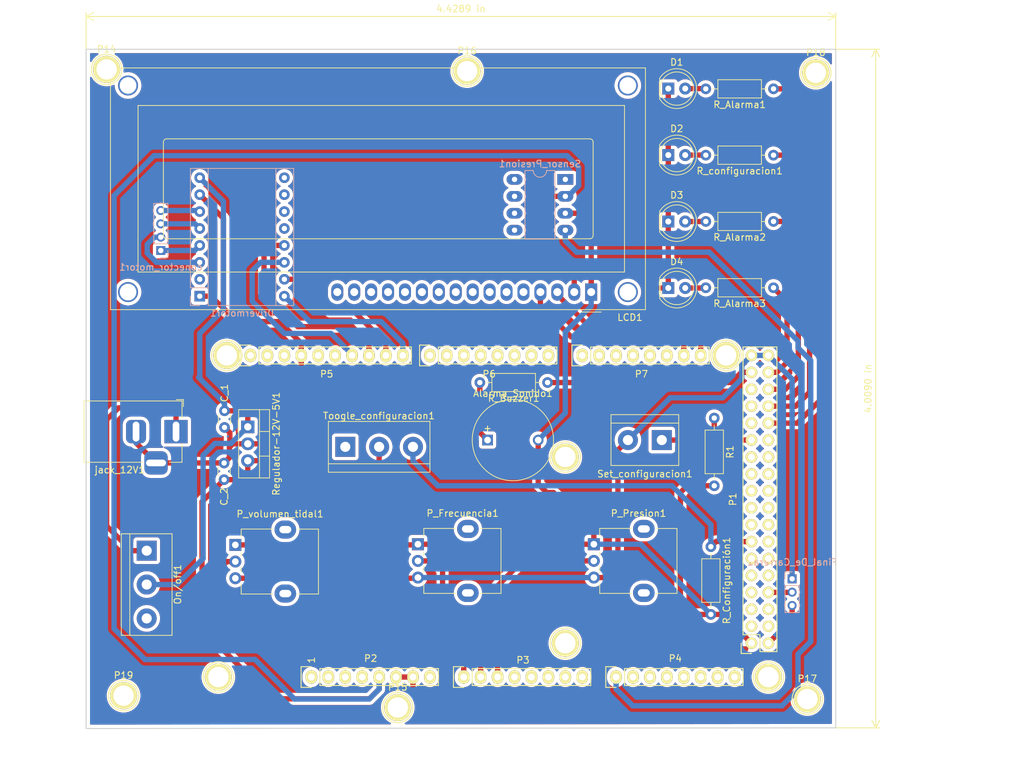
<source format=kicad_pcb>
(kicad_pcb (version 20171130) (host pcbnew 5.1.5-52549c5~84~ubuntu18.04.1)
  (title_block (date "mar. 31 mars 2015"))
  (layers (0 F.Cu signal) (31 B.Cu signal) (34 B.Paste user) (35 F.Paste user) (36 B.SilkS user) (37 F.SilkS user) (38 B.Mask user) (39 F.Mask user) (44 Edge.Cuts user))
  (net 0 "")
  (net 1 GND)
  (net 2 "/52(SCK)")
  (net 3 "/53(SS)")
  (net 4 "/50(MISO)")
  (net 5 "/51(MOSI)")
  (net 6 /48)
  (net 7 /49)
  (net 8 /46)
  (net 9 /47)
  (net 10 /44)
  (net 11 /45)
  (net 12 /42)
  (net 13 /43)
  (net 14 /40)
  (net 15 /41)
  (net 16 /38)
  (net 17 /39)
  (net 18 /36)
  (net 19 /37)
  (net 20 /34)
  (net 21 /35)
  (net 22 /32)
  (net 23 /33)
  (net 24 /30)
  (net 25 /31)
  (net 26 /28)
  (net 27 /29)
  (net 28 /26)
  (net 29 /27)
  (net 30 /24)
  (net 31 /25)
  (net 32 /22)
  (net 33 /23)
  (net 34 +5V)
  (net 35 /IOREF)
  (net 36 /Reset)
  (net 37 /Vin)
  (net 38 /A0)
  (net 39 /A1)
  (net 40 /A2)
  (net 41 /A3)
  (net 42 /A4)
  (net 43 /A5)
  (net 44 /A6)
  (net 45 /A7)
  (net 46 /A8)
  (net 47 /A9)
  (net 48 /A10)
  (net 49 /A11)
  (net 50 /A12)
  (net 51 /A13)
  (net 52 /A14)
  (net 53 /A15)
  (net 54 /SCL)
  (net 55 /SDA)
  (net 56 /AREF)
  (net 57 "/13(**)")
  (net 58 "/12(**)")
  (net 59 "/11(**)")
  (net 60 "/10(**)")
  (net 61 "/9(**)")
  (net 62 "/8(**)")
  (net 63 "/7(**)")
  (net 64 "/6(**)")
  (net 65 "/5(**)")
  (net 66 "/4(**)")
  (net 67 "/3(**)")
  (net 68 "/2(**)")
  (net 69 "/20(SDA)")
  (net 70 "/21(SCL)")
  (net 71 "Net-(P8-Pad1)")
  (net 72 "Net-(P9-Pad1)")
  (net 73 "Net-(P10-Pad1)")
  (net 74 "Net-(P11-Pad1)")
  (net 75 "Net-(P12-Pad1)")
  (net 76 "Net-(P13-Pad1)")
  (net 77 "Net-(P2-Pad1)")
  (net 78 +3V3)
  (net 79 "/1(Tx0)")
  (net 80 "/0(Rx0)")
  (net 81 "/14(Tx3)")
  (net 82 "/15(Rx3)")
  (net 83 "/16(Tx2)")
  (net 84 "/17(Rx2)")
  (net 85 "/18(Tx1)")
  (net 86 "/19(Rx1)")
  (net 87 +12V)
  (net 88 "Net-(LCD1-Pad7)")
  (net 89 "Net-(LCD1-Pad8)")
  (net 90 "Net-(LCD1-Pad9)")
  (net 91 "Net-(LCD1-Pad10)")
  (net 92 "Net-(LCD1-Pad11)")
  (net 93 "Net-(LCD1-Pad12)")
  (net 94 "Net-(LCD1-Pad13)")
  (net 95 "Net-(LCD1-Pad14)")
  (net 96 "Net-(LCD1-Pad15)")
  (net 97 "Net-(LCD1-Pad16)")
  (net 98 "Net-(D1-Pad2)")
  (net 99 "Net-(D2-Pad2)")
  (net 100 "Net-(D3-Pad2)")
  (net 101 "Net-(D4-Pad2)")
  (net 102 "Net-(Alarma_Sonido1-Pad1)")
  (net 103 "Net-(Drivermotor1-Pad9)")
  (net 104 "Net-(Drivermotor1-Pad2)")
  (net 105 "Net-(Drivermotor1-Pad10)")
  (net 106 "Net-(Drivermotor1-Pad3)")
  (net 107 "Net-(Drivermotor1-Pad11)")
  (net 108 "Net-(Drivermotor1-Pad4)")
  (net 109 "Net-(Drivermotor1-Pad12)")
  (net 110 "Net-(Drivermotor1-Pad5)")
  (net 111 "Net-(Drivermotor1-Pad6)")
  (net 112 "Net-(On/off1-Pad1)")
  (net 113 "Net-(On/off1-Pad3)")
  (net 114 "Net-(Sensor_Presion1-Pad1)")
  (net 115 "Net-(Toogle_configuracion1-Pad1)")
  (net 116 "Net-(Sensor_Presion1-Pad5)")
  (net 117 "Net-(Sensor_Presion1-Pad6)")
  (net 118 "Net-(Sensor_Presion1-Pad7)")
  (net 119 "Net-(Sensor_Presion1-Pad8)")
  (net 120 "Net-(LCD1-Pad5)")
  (net 121 "Net-(LCD1-Pad6)")
  (net 122 "Net-(P14-Pad1)")
  (net 123 "Net-(P15-Pad1)")
  (net 124 "Net-(P16-Pad1)")
  (net 125 "Net-(P17-Pad1)")
  (net 126 "Net-(P18-Pad1)")
  (net 127 "Net-(P19-Pad1)")
  (module Socket_Arduino_Mega:Arduino_1pin (layer F.Cu) (at 103.124 121.92)
    (fp_text reference P19 (at 0 -3.048) (layer F.SilkS))
    (fp_text value CONN_01X01)
    (pad 1 thru_hole circle (at 0 0) (size 4.064 4.064) (drill 3.048) (layers *.Cu *.Mask F.SilkS) (net 127 "Net-(P19-Pad1)"))
  )
  (module Socket_Arduino_Mega:Arduino_1pin (layer F.Cu) (at 207.01 28.448)
    (fp_text reference P18 (at 0 -3.048) (layer F.SilkS))
    (fp_text value CONN_01X01)
    (pad 1 thru_hole circle (at 0 0) (size 4.064 4.064) (drill 3.048) (layers *.Cu *.Mask F.SilkS) (net 126 "Net-(P18-Pad1)"))
  )
  (module Socket_Arduino_Mega:Arduino_1pin (layer F.Cu) (at 205.74 122.428)
    (fp_text reference P17 (at 0 -3.048) (layer F.SilkS))
    (fp_text value CONN_01X01)
    (pad 1 thru_hole circle (at 0 0) (size 4.064 4.064) (drill 3.048) (layers *.Cu *.Mask F.SilkS) (net 125 "Net-(P17-Pad1)"))
  )
  (module Socket_Arduino_Mega:Arduino_1pin (layer F.Cu) (at 154.686 28.194)
    (fp_text reference P16 (at 0 -3.048) (layer F.SilkS))
    (fp_text value CONN_01X01)
    (pad 1 thru_hole circle (at 0 0) (size 4.064 4.064) (drill 3.048) (layers *.Cu *.Mask F.SilkS) (net 124 "Net-(P16-Pad1)"))
  )
  (module Socket_Arduino_Mega:Arduino_1pin (layer F.Cu) (at 144.272 123.698)
    (fp_text reference P15 (at 0 -3.048) (layer F.SilkS))
    (fp_text value CONN_01X01)
    (pad 1 thru_hole circle (at 0 0) (size 4.064 4.064) (drill 3.048) (layers *.Cu *.Mask F.SilkS) (net 123 "Net-(P15-Pad1)"))
  )
  (module Socket_Arduino_Mega:Arduino_1pin (layer F.Cu) (at 100.584 27.94)
    (fp_text reference P14 (at 0 -3.048) (layer F.SilkS))
    (fp_text value CONN_01X01)
    (pad 1 thru_hole circle (at 0 0) (size 4.064 4.064) (drill 3.048) (layers *.Cu *.Mask F.SilkS) (net 122 "Net-(P14-Pad1)"))
  )
  (module Connector_PinSocket_2.00mm:PinSocket_1x03_P2.00mm_Vertical (layer B.Cu) (at 203.454 104.394 180)
    (fp_text reference Final_De_Carrera1 (at 0 2.5 180) (layer B.SilkS) (effects (justify mirror)))
    (fp_text value Conn_01x03_Female)
    (pad 1 thru_hole rect (at 0 0 180) (size 1.35 1.35) (drill 0.8) (layers *.Cu *.Mask) (net 34 +5V))
    (pad 2 thru_hole oval (at 0 -2 180) (size 1.35 1.35) (drill 0.8) (layers *.Cu *.Mask) (net 7 /49))
    (pad 3 thru_hole oval (at 0 -4 180) (size 1.35 1.35) (drill 0.8) (layers *.Cu *.Mask) (net 1 GND))
  )
  (module Connector_BarrelJack:BarrelJack_Horizontal (layer F.Cu) (at 110.998 82.296)
    (fp_text reference jack_12V1 (at -8.45 5.75) (layer F.SilkS))
    (fp_text value Alimentacion_12V)
    (pad 3 thru_hole roundrect (at -3 4.7) (size 3.5 3.5) (drill oval 3 1) (layers *.Cu *.Mask) (net 1 GND))
    (pad 2 thru_hole roundrect (at -6 0) (size 3 3.5) (drill oval 1 3) (layers *.Cu *.Mask) (net 1 GND))
    (pad 1 thru_hole rect (at 0 0) (size 3.5 3.5) (drill oval 1 3) (layers *.Cu *.Mask) (net 112 "Net-(On/off1-Pad1)"))
  )
  (module Display:WC1602A (layer F.Cu) (at 173.29911 61.357 180)
    (fp_text reference LCD1 (at -5.82 -3.81) (layer F.SilkS))
    (fp_text value WC1602A)
    (pad 1 thru_hole rect (at 0 0 180) (size 1.8 2.6) (drill 1.2) (layers *.Cu *.Mask) (net 1 GND))
    (pad 2 thru_hole oval (at 2.54 0 180) (size 1.8 2.6) (drill 1.2) (layers *.Cu *.Mask) (net 34 +5V))
    (pad 3 thru_hole oval (at 5.08 0 180) (size 1.8 2.6) (drill 1.2) (layers *.Cu *.Mask) (net 70 "/21(SCL)"))
    (pad 4 thru_hole oval (at 7.62 0 180) (size 1.8 2.6) (drill 1.2) (layers *.Cu *.Mask) (net 69 "/20(SDA)"))
    (pad 5 thru_hole oval (at 10.16 0 180) (size 1.8 2.6) (drill 1.2) (layers *.Cu *.Mask) (net 120 "Net-(LCD1-Pad5)"))
    (pad 6 thru_hole oval (at 12.7 0 180) (size 1.8 2.6) (drill 1.2) (layers *.Cu *.Mask) (net 121 "Net-(LCD1-Pad6)"))
    (pad 7 thru_hole oval (at 15.24 0 180) (size 1.8 2.6) (drill 1.2) (layers *.Cu *.Mask) (net 88 "Net-(LCD1-Pad7)"))
    (pad 8 thru_hole oval (at 17.78 0 180) (size 1.8 2.6) (drill 1.2) (layers *.Cu *.Mask) (net 89 "Net-(LCD1-Pad8)"))
    (pad 9 thru_hole oval (at 20.32 0 180) (size 1.8 2.6) (drill 1.2) (layers *.Cu *.Mask) (net 90 "Net-(LCD1-Pad9)"))
    (pad 10 thru_hole oval (at 22.86 0 180) (size 1.8 2.6) (drill 1.2) (layers *.Cu *.Mask) (net 91 "Net-(LCD1-Pad10)"))
    (pad 11 thru_hole oval (at 25.4 0 180) (size 1.8 2.6) (drill 1.2) (layers *.Cu *.Mask) (net 92 "Net-(LCD1-Pad11)"))
    (pad 12 thru_hole oval (at 27.94 0 180) (size 1.8 2.6) (drill 1.2) (layers *.Cu *.Mask) (net 93 "Net-(LCD1-Pad12)"))
    (pad 13 thru_hole oval (at 30.48 0 180) (size 1.8 2.6) (drill 1.2) (layers *.Cu *.Mask) (net 94 "Net-(LCD1-Pad13)"))
    (pad 14 thru_hole oval (at 33.02 0 180) (size 1.8 2.6) (drill 1.2) (layers *.Cu *.Mask) (net 95 "Net-(LCD1-Pad14)"))
    (pad 15 thru_hole oval (at 35.56 0 180) (size 1.8 2.6) (drill 1.2) (layers *.Cu *.Mask) (net 96 "Net-(LCD1-Pad15)"))
    (pad 16 thru_hole oval (at 38.1 0 180) (size 1.8 2.6) (drill 1.2) (layers *.Cu *.Mask) (net 97 "Net-(LCD1-Pad16)"))
    (pad "" thru_hole circle (at -5.4991 0 180) (size 3 3) (drill 2.5) (layers *.Cu *.Mask))
    (pad "" thru_hole circle (at -5.4991 31.0007 180) (size 3 3) (drill 2.5) (layers *.Cu *.Mask))
    (pad "" thru_hole circle (at 69.49948 31.0007 180) (size 3 3) (drill 2.5) (layers *.Cu *.Mask))
    (pad "" thru_hole circle (at 69.5 0 180) (size 3 3) (drill 2.5) (layers *.Cu *.Mask))
  )
  (module Socket_Arduino_Mega:Socket_Strip_Arduino_2x18 (layer F.Cu) (at 197.358 114.046 90)
    (fp_text reference P1 (at 21.59 -2.794 90) (layer F.SilkS))
    (fp_text value Digital)
    (pad 1 thru_hole circle (at 0 0 90) (size 1.7272 1.7272) (drill 1.016) (layers *.Cu *.Mask F.SilkS) (net 1 GND))
    (pad 2 thru_hole oval (at 0 2.54 90) (size 1.7272 1.7272) (drill 1.016) (layers *.Cu *.Mask F.SilkS) (net 1 GND))
    (pad 3 thru_hole oval (at 2.54 0 90) (size 1.7272 1.7272) (drill 1.016) (layers *.Cu *.Mask F.SilkS) (net 2 "/52(SCK)"))
    (pad 4 thru_hole oval (at 2.54 2.54 90) (size 1.7272 1.7272) (drill 1.016) (layers *.Cu *.Mask F.SilkS) (net 3 "/53(SS)"))
    (pad 5 thru_hole oval (at 5.08 0 90) (size 1.7272 1.7272) (drill 1.016) (layers *.Cu *.Mask F.SilkS) (net 4 "/50(MISO)"))
    (pad 6 thru_hole oval (at 5.08 2.54 90) (size 1.7272 1.7272) (drill 1.016) (layers *.Cu *.Mask F.SilkS) (net 5 "/51(MOSI)"))
    (pad 7 thru_hole oval (at 7.62 0 90) (size 1.7272 1.7272) (drill 1.016) (layers *.Cu *.Mask F.SilkS) (net 6 /48))
    (pad 8 thru_hole oval (at 7.62 2.54 90) (size 1.7272 1.7272) (drill 1.016) (layers *.Cu *.Mask F.SilkS) (net 7 /49))
    (pad 9 thru_hole oval (at 10.16 0 90) (size 1.7272 1.7272) (drill 1.016) (layers *.Cu *.Mask F.SilkS) (net 8 /46))
    (pad 10 thru_hole oval (at 10.16 2.54 90) (size 1.7272 1.7272) (drill 1.016) (layers *.Cu *.Mask F.SilkS) (net 9 /47))
    (pad 11 thru_hole oval (at 12.7 0 90) (size 1.7272 1.7272) (drill 1.016) (layers *.Cu *.Mask F.SilkS) (net 10 /44))
    (pad 12 thru_hole oval (at 12.7 2.54 90) (size 1.7272 1.7272) (drill 1.016) (layers *.Cu *.Mask F.SilkS) (net 11 /45))
    (pad 13 thru_hole oval (at 15.24 0 90) (size 1.7272 1.7272) (drill 1.016) (layers *.Cu *.Mask F.SilkS) (net 12 /42))
    (pad 14 thru_hole oval (at 15.24 2.54 90) (size 1.7272 1.7272) (drill 1.016) (layers *.Cu *.Mask F.SilkS) (net 13 /43))
    (pad 15 thru_hole oval (at 17.78 0 90) (size 1.7272 1.7272) (drill 1.016) (layers *.Cu *.Mask F.SilkS) (net 14 /40))
    (pad 16 thru_hole oval (at 17.78 2.54 90) (size 1.7272 1.7272) (drill 1.016) (layers *.Cu *.Mask F.SilkS) (net 15 /41))
    (pad 17 thru_hole oval (at 20.32 0 90) (size 1.7272 1.7272) (drill 1.016) (layers *.Cu *.Mask F.SilkS) (net 16 /38))
    (pad 18 thru_hole oval (at 20.32 2.54 90) (size 1.7272 1.7272) (drill 1.016) (layers *.Cu *.Mask F.SilkS) (net 17 /39))
    (pad 19 thru_hole oval (at 22.86 0 90) (size 1.7272 1.7272) (drill 1.016) (layers *.Cu *.Mask F.SilkS) (net 18 /36))
    (pad 20 thru_hole oval (at 22.86 2.54 90) (size 1.7272 1.7272) (drill 1.016) (layers *.Cu *.Mask F.SilkS) (net 19 /37))
    (pad 21 thru_hole oval (at 25.4 0 90) (size 1.7272 1.7272) (drill 1.016) (layers *.Cu *.Mask F.SilkS) (net 20 /34))
    (pad 22 thru_hole oval (at 25.4 2.54 90) (size 1.7272 1.7272) (drill 1.016) (layers *.Cu *.Mask F.SilkS) (net 21 /35))
    (pad 23 thru_hole oval (at 27.94 0 90) (size 1.7272 1.7272) (drill 1.016) (layers *.Cu *.Mask F.SilkS) (net 22 /32))
    (pad 24 thru_hole oval (at 27.94 2.54 90) (size 1.7272 1.7272) (drill 1.016) (layers *.Cu *.Mask F.SilkS) (net 23 /33))
    (pad 25 thru_hole oval (at 30.48 0 90) (size 1.7272 1.7272) (drill 1.016) (layers *.Cu *.Mask F.SilkS) (net 24 /30))
    (pad 26 thru_hole oval (at 30.48 2.54 90) (size 1.7272 1.7272) (drill 1.016) (layers *.Cu *.Mask F.SilkS) (net 25 /31))
    (pad 27 thru_hole oval (at 33.02 0 90) (size 1.7272 1.7272) (drill 1.016) (layers *.Cu *.Mask F.SilkS) (net 26 /28))
    (pad 28 thru_hole oval (at 33.02 2.54 90) (size 1.7272 1.7272) (drill 1.016) (layers *.Cu *.Mask F.SilkS) (net 27 /29))
    (pad 29 thru_hole oval (at 35.56 0 90) (size 1.7272 1.7272) (drill 1.016) (layers *.Cu *.Mask F.SilkS) (net 28 /26))
    (pad 30 thru_hole oval (at 35.56 2.54 90) (size 1.7272 1.7272) (drill 1.016) (layers *.Cu *.Mask F.SilkS) (net 29 /27))
    (pad 31 thru_hole oval (at 38.1 0 90) (size 1.7272 1.7272) (drill 1.016) (layers *.Cu *.Mask F.SilkS) (net 30 /24))
    (pad 32 thru_hole oval (at 38.1 2.54 90) (size 1.7272 1.7272) (drill 1.016) (layers *.Cu *.Mask F.SilkS) (net 31 /25))
    (pad 33 thru_hole oval (at 40.64 0 90) (size 1.7272 1.7272) (drill 1.016) (layers *.Cu *.Mask F.SilkS) (net 32 /22))
    (pad 34 thru_hole oval (at 40.64 2.54 90) (size 1.7272 1.7272) (drill 1.016) (layers *.Cu *.Mask F.SilkS) (net 33 /23))
    (pad 35 thru_hole oval (at 43.18 0 90) (size 1.7272 1.7272) (drill 1.016) (layers *.Cu *.Mask F.SilkS) (net 34 +5V))
    (pad 36 thru_hole oval (at 43.18 2.54 90) (size 1.7272 1.7272) (drill 1.016) (layers *.Cu *.Mask F.SilkS) (net 34 +5V))
  )
  (module Socket_Arduino_Mega:Socket_Strip_Arduino_1x08 (layer F.Cu) (at 131.318 119.126)
    (fp_text reference P2 (at 8.89 -2.794) (layer F.SilkS))
    (fp_text value Power)
    (pad 1 thru_hole oval (at 0 0) (size 1.7272 2.032) (drill 1.016) (layers *.Cu *.Mask F.SilkS) (net 77 "Net-(P2-Pad1)"))
    (pad 2 thru_hole oval (at 2.54 0) (size 1.7272 2.032) (drill 1.016) (layers *.Cu *.Mask F.SilkS) (net 35 /IOREF))
    (pad 3 thru_hole oval (at 5.08 0) (size 1.7272 2.032) (drill 1.016) (layers *.Cu *.Mask F.SilkS) (net 36 /Reset))
    (pad 4 thru_hole oval (at 7.62 0) (size 1.7272 2.032) (drill 1.016) (layers *.Cu *.Mask F.SilkS) (net 78 +3V3))
    (pad 5 thru_hole oval (at 10.16 0) (size 1.7272 2.032) (drill 1.016) (layers *.Cu *.Mask F.SilkS) (net 34 +5V))
    (pad 6 thru_hole oval (at 12.7 0) (size 1.7272 2.032) (drill 1.016) (layers *.Cu *.Mask F.SilkS) (net 1 GND))
    (pad 7 thru_hole oval (at 15.24 0) (size 1.7272 2.032) (drill 1.016) (layers *.Cu *.Mask F.SilkS) (net 1 GND))
    (pad 8 thru_hole oval (at 17.78 0) (size 1.7272 2.032) (drill 1.016) (layers *.Cu *.Mask F.SilkS) (net 37 /Vin))
  )
  (module Socket_Arduino_Mega:Socket_Strip_Arduino_1x08 (layer F.Cu) (at 154.178 119.126)
    (fp_text reference P3 (at 8.89 -2.54) (layer F.SilkS))
    (fp_text value Analog)
    (pad 1 thru_hole oval (at 0 0) (size 1.7272 2.032) (drill 1.016) (layers *.Cu *.Mask F.SilkS) (net 38 /A0))
    (pad 2 thru_hole oval (at 2.54 0) (size 1.7272 2.032) (drill 1.016) (layers *.Cu *.Mask F.SilkS) (net 39 /A1))
    (pad 3 thru_hole oval (at 5.08 0) (size 1.7272 2.032) (drill 1.016) (layers *.Cu *.Mask F.SilkS) (net 40 /A2))
    (pad 4 thru_hole oval (at 7.62 0) (size 1.7272 2.032) (drill 1.016) (layers *.Cu *.Mask F.SilkS) (net 41 /A3))
    (pad 5 thru_hole oval (at 10.16 0) (size 1.7272 2.032) (drill 1.016) (layers *.Cu *.Mask F.SilkS) (net 42 /A4))
    (pad 6 thru_hole oval (at 12.7 0) (size 1.7272 2.032) (drill 1.016) (layers *.Cu *.Mask F.SilkS) (net 43 /A5))
    (pad 7 thru_hole oval (at 15.24 0) (size 1.7272 2.032) (drill 1.016) (layers *.Cu *.Mask F.SilkS) (net 44 /A6))
    (pad 8 thru_hole oval (at 17.78 0) (size 1.7272 2.032) (drill 1.016) (layers *.Cu *.Mask F.SilkS) (net 45 /A7))
  )
  (module Socket_Arduino_Mega:Socket_Strip_Arduino_1x08 (layer F.Cu) (at 177.038 119.126)
    (fp_text reference P4 (at 8.89 -2.794) (layer F.SilkS))
    (fp_text value Analog)
    (pad 1 thru_hole oval (at 0 0) (size 1.7272 2.032) (drill 1.016) (layers *.Cu *.Mask F.SilkS) (net 46 /A8))
    (pad 2 thru_hole oval (at 2.54 0) (size 1.7272 2.032) (drill 1.016) (layers *.Cu *.Mask F.SilkS) (net 47 /A9))
    (pad 3 thru_hole oval (at 5.08 0) (size 1.7272 2.032) (drill 1.016) (layers *.Cu *.Mask F.SilkS) (net 48 /A10))
    (pad 4 thru_hole oval (at 7.62 0) (size 1.7272 2.032) (drill 1.016) (layers *.Cu *.Mask F.SilkS) (net 49 /A11))
    (pad 5 thru_hole oval (at 10.16 0) (size 1.7272 2.032) (drill 1.016) (layers *.Cu *.Mask F.SilkS) (net 50 /A12))
    (pad 6 thru_hole oval (at 12.7 0) (size 1.7272 2.032) (drill 1.016) (layers *.Cu *.Mask F.SilkS) (net 51 /A13))
    (pad 7 thru_hole oval (at 15.24 0) (size 1.7272 2.032) (drill 1.016) (layers *.Cu *.Mask F.SilkS) (net 52 /A14))
    (pad 8 thru_hole oval (at 17.78 0) (size 1.7272 2.032) (drill 1.016) (layers *.Cu *.Mask F.SilkS) (net 53 /A15))
  )
  (module Socket_Arduino_Mega:Socket_Strip_Arduino_1x10 (layer F.Cu) (at 122.174 70.866)
    (fp_text reference P5 (at 11.43 2.794) (layer F.SilkS))
    (fp_text value PWM)
    (pad 1 thru_hole oval (at 0 0) (size 1.7272 2.032) (drill 1.016) (layers *.Cu *.Mask F.SilkS) (net 54 /SCL))
    (pad 2 thru_hole oval (at 2.54 0) (size 1.7272 2.032) (drill 1.016) (layers *.Cu *.Mask F.SilkS) (net 55 /SDA))
    (pad 3 thru_hole oval (at 5.08 0) (size 1.7272 2.032) (drill 1.016) (layers *.Cu *.Mask F.SilkS) (net 56 /AREF))
    (pad 4 thru_hole oval (at 7.62 0) (size 1.7272 2.032) (drill 1.016) (layers *.Cu *.Mask F.SilkS) (net 1 GND))
    (pad 5 thru_hole oval (at 10.16 0) (size 1.7272 2.032) (drill 1.016) (layers *.Cu *.Mask F.SilkS) (net 57 "/13(**)"))
    (pad 6 thru_hole oval (at 12.7 0) (size 1.7272 2.032) (drill 1.016) (layers *.Cu *.Mask F.SilkS) (net 58 "/12(**)"))
    (pad 7 thru_hole oval (at 15.24 0) (size 1.7272 2.032) (drill 1.016) (layers *.Cu *.Mask F.SilkS) (net 59 "/11(**)"))
    (pad 8 thru_hole oval (at 17.78 0) (size 1.7272 2.032) (drill 1.016) (layers *.Cu *.Mask F.SilkS) (net 60 "/10(**)"))
    (pad 9 thru_hole oval (at 20.32 0) (size 1.7272 2.032) (drill 1.016) (layers *.Cu *.Mask F.SilkS) (net 61 "/9(**)"))
    (pad 10 thru_hole oval (at 22.86 0) (size 1.7272 2.032) (drill 1.016) (layers *.Cu *.Mask F.SilkS) (net 62 "/8(**)"))
  )
  (module Socket_Arduino_Mega:Socket_Strip_Arduino_1x08 (layer F.Cu) (at 149.098 70.866)
    (fp_text reference P6 (at 8.89 2.794) (layer F.SilkS))
    (fp_text value PWM)
    (pad 1 thru_hole oval (at 0 0) (size 1.7272 2.032) (drill 1.016) (layers *.Cu *.Mask F.SilkS) (net 63 "/7(**)"))
    (pad 2 thru_hole oval (at 2.54 0) (size 1.7272 2.032) (drill 1.016) (layers *.Cu *.Mask F.SilkS) (net 64 "/6(**)"))
    (pad 3 thru_hole oval (at 5.08 0) (size 1.7272 2.032) (drill 1.016) (layers *.Cu *.Mask F.SilkS) (net 65 "/5(**)"))
    (pad 4 thru_hole oval (at 7.62 0) (size 1.7272 2.032) (drill 1.016) (layers *.Cu *.Mask F.SilkS) (net 66 "/4(**)"))
    (pad 5 thru_hole oval (at 10.16 0) (size 1.7272 2.032) (drill 1.016) (layers *.Cu *.Mask F.SilkS) (net 67 "/3(**)"))
    (pad 6 thru_hole oval (at 12.7 0) (size 1.7272 2.032) (drill 1.016) (layers *.Cu *.Mask F.SilkS) (net 68 "/2(**)"))
    (pad 7 thru_hole oval (at 15.24 0) (size 1.7272 2.032) (drill 1.016) (layers *.Cu *.Mask F.SilkS) (net 79 "/1(Tx0)"))
    (pad 8 thru_hole oval (at 17.78 0) (size 1.7272 2.032) (drill 1.016) (layers *.Cu *.Mask F.SilkS) (net 80 "/0(Rx0)"))
  )
  (module Socket_Arduino_Mega:Socket_Strip_Arduino_1x08 (layer F.Cu) (at 171.958 70.866)
    (fp_text reference P7 (at 8.89 2.794) (layer F.SilkS))
    (fp_text value Communication)
    (pad 1 thru_hole oval (at 0 0) (size 1.7272 2.032) (drill 1.016) (layers *.Cu *.Mask F.SilkS) (net 81 "/14(Tx3)"))
    (pad 2 thru_hole oval (at 2.54 0) (size 1.7272 2.032) (drill 1.016) (layers *.Cu *.Mask F.SilkS) (net 82 "/15(Rx3)"))
    (pad 3 thru_hole oval (at 5.08 0) (size 1.7272 2.032) (drill 1.016) (layers *.Cu *.Mask F.SilkS) (net 83 "/16(Tx2)"))
    (pad 4 thru_hole oval (at 7.62 0) (size 1.7272 2.032) (drill 1.016) (layers *.Cu *.Mask F.SilkS) (net 84 "/17(Rx2)"))
    (pad 5 thru_hole oval (at 10.16 0) (size 1.7272 2.032) (drill 1.016) (layers *.Cu *.Mask F.SilkS) (net 85 "/18(Tx1)"))
    (pad 6 thru_hole oval (at 12.7 0) (size 1.7272 2.032) (drill 1.016) (layers *.Cu *.Mask F.SilkS) (net 86 "/19(Rx1)"))
    (pad 7 thru_hole oval (at 15.24 0) (size 1.7272 2.032) (drill 1.016) (layers *.Cu *.Mask F.SilkS) (net 69 "/20(SDA)"))
    (pad 8 thru_hole oval (at 17.78 0) (size 1.7272 2.032) (drill 1.016) (layers *.Cu *.Mask F.SilkS) (net 70 "/21(SCL)"))
  )
  (module Socket_Arduino_Mega:Arduino_1pin (layer F.Cu) (at 117.348 119.126)
    (fp_text reference P8 hide)
    (fp_text value CONN_01X01 hide)
    (pad 1 thru_hole circle (at 0 0) (size 4.064 4.064) (drill 3.048) (layers *.Cu *.Mask F.SilkS) (net 71 "Net-(P8-Pad1)"))
  )
  (module Socket_Arduino_Mega:Arduino_1pin (layer F.Cu) (at 169.418 114.046)
    (fp_text reference P9 hide)
    (fp_text value CONN_01X01 hide)
    (pad 1 thru_hole circle (at 0 0) (size 4.064 4.064) (drill 3.048) (layers *.Cu *.Mask F.SilkS) (net 72 "Net-(P9-Pad1)"))
  )
  (module Socket_Arduino_Mega:Arduino_1pin (layer F.Cu) (at 199.898 119.126)
    (fp_text reference P10 hide)
    (fp_text value CONN_01X01 hide)
    (pad 1 thru_hole circle (at 0 0) (size 4.064 4.064) (drill 3.048) (layers *.Cu *.Mask F.SilkS) (net 73 "Net-(P10-Pad1)"))
  )
  (module Socket_Arduino_Mega:Arduino_1pin (layer F.Cu) (at 118.618 70.866)
    (fp_text reference P11 hide)
    (fp_text value CONN_01X01 hide)
    (pad 1 thru_hole circle (at 0 0) (size 4.064 4.064) (drill 3.048) (layers *.Cu *.Mask F.SilkS) (net 74 "Net-(P11-Pad1)"))
  )
  (module Socket_Arduino_Mega:Arduino_1pin (layer F.Cu) (at 169.418 86.106)
    (fp_text reference P12 hide)
    (fp_text value CONN_01X01 hide)
    (pad 1 thru_hole circle (at 0 0) (size 4.064 4.064) (drill 3.048) (layers *.Cu *.Mask F.SilkS) (net 75 "Net-(P12-Pad1)"))
  )
  (module Socket_Arduino_Mega:Arduino_1pin (layer F.Cu) (at 193.548 70.866)
    (fp_text reference P13 hide)
    (fp_text value CONN_01X01 hide)
    (pad 1 thru_hole circle (at 0 0) (size 4.064 4.064) (drill 3.048) (layers *.Cu *.Mask F.SilkS) (net 76 "Net-(P13-Pad1)"))
  )
  (module Potentiometer_THT:Potentiometer_Alpha_RD901F-40-00D_Single_Vertical (layer F.Cu) (at 147.3 99.2)
    (fp_text reference P_Frecuencia1 (at 6.71 -4.64 180) (layer F.SilkS))
    (fp_text value 5k)
    (pad 1 thru_hole rect (at 0 0 90) (size 1.8 1.8) (drill 1) (layers *.Cu *.Mask) (net 1 GND))
    (pad 2 thru_hole circle (at 0 2.5 90) (size 1.8 1.8) (drill 1) (layers *.Cu *.Mask) (net 39 /A1))
    (pad 3 thru_hole circle (at 0 5 90) (size 1.8 1.8) (drill 1) (layers *.Cu *.Mask) (net 34 +5V))
    (pad "" thru_hole oval (at 7.5 7.3 90) (size 2.72 3.24) (drill oval 1.1 1.8) (layers *.Cu *.Mask))
    (pad "" thru_hole oval (at 7.5 -2.3 90) (size 2.72 3.24) (drill oval 1.1 1.8) (layers *.Cu *.Mask))
  )
  (module Potentiometer_THT:Potentiometer_Alpha_RD901F-40-00D_Single_Vertical (layer F.Cu) (at 173.7 99.2)
    (fp_text reference P_Presion1 (at 6.71 -4.64 180) (layer F.SilkS))
    (fp_text value 5k)
    (pad 1 thru_hole rect (at 0 0 90) (size 1.8 1.8) (drill 1) (layers *.Cu *.Mask) (net 1 GND))
    (pad 2 thru_hole circle (at 0 2.5 90) (size 1.8 1.8) (drill 1) (layers *.Cu *.Mask) (net 40 /A2))
    (pad 3 thru_hole circle (at 0 5 90) (size 1.8 1.8) (drill 1) (layers *.Cu *.Mask) (net 34 +5V))
    (pad "" thru_hole oval (at 7.5 7.3 90) (size 2.72 3.24) (drill oval 1.1 1.8) (layers *.Cu *.Mask))
    (pad "" thru_hole oval (at 7.5 -2.3 90) (size 2.72 3.24) (drill oval 1.1 1.8) (layers *.Cu *.Mask))
  )
  (module Potentiometer_THT:Potentiometer_Alpha_RD901F-40-00D_Single_Vertical (layer F.Cu) (at 119.9 99.3)
    (fp_text reference P_volumen_tidal1 (at 6.71 -4.64 180) (layer F.SilkS))
    (fp_text value 5k)
    (pad 1 thru_hole rect (at 0 0 90) (size 1.8 1.8) (drill 1) (layers *.Cu *.Mask) (net 1 GND))
    (pad 2 thru_hole circle (at 0 2.5 90) (size 1.8 1.8) (drill 1) (layers *.Cu *.Mask) (net 38 /A0))
    (pad 3 thru_hole circle (at 0 5 90) (size 1.8 1.8) (drill 1) (layers *.Cu *.Mask) (net 34 +5V))
    (pad "" thru_hole oval (at 7.5 7.3 90) (size 2.72 3.24) (drill oval 1.1 1.8) (layers *.Cu *.Mask))
    (pad "" thru_hole oval (at 7.5 -2.3 90) (size 2.72 3.24) (drill oval 1.1 1.8) (layers *.Cu *.Mask))
  )
  (module Package_TO_SOT_THT:TO-220-3_Vertical (layer F.Cu) (at 121.7676 81.5848 270)
    (fp_text reference Regulador-12V-5V1 (at 2.54 -4.27 90) (layer F.SilkS))
    (fp_text value L7805)
    (pad 1 thru_hole rect (at 0 0 270) (size 1.905 2) (drill 1.1) (layers *.Cu *.Mask) (net 87 +12V))
    (pad 2 thru_hole oval (at 2.54 0 270) (size 1.905 2) (drill 1.1) (layers *.Cu *.Mask) (net 1 GND))
    (pad 3 thru_hole oval (at 5.08 0 270) (size 1.905 2) (drill 1.1) (layers *.Cu *.Mask) (net 34 +5V))
  )
  (module Capacitor_THT:C_Disc_D3.0mm_W1.6mm_P2.50mm (layer F.Cu) (at 118.2751 79.1718 270)
    (fp_text reference C_1 (at -2.662501 0.004499 90) (layer F.SilkS))
    (fp_text value 0.33uf)
    (pad 1 thru_hole circle (at 0 0 270) (size 1.6 1.6) (drill 0.8) (layers *.Cu *.Mask) (net 87 +12V))
    (pad 2 thru_hole circle (at 2.5 0 270) (size 1.6 1.6) (drill 0.8) (layers *.Cu *.Mask) (net 1 GND))
  )
  (module Capacitor_THT:C_Disc_D3.0mm_W1.6mm_P2.50mm (layer F.Cu) (at 118.2116 89.5096 90)
    (fp_text reference C_2 (at -2.54 0 90) (layer F.SilkS))
    (fp_text value 0.1uf)
    (pad 2 thru_hole circle (at 2.5 0 90) (size 1.6 1.6) (drill 0.8) (layers *.Cu *.Mask) (net 1 GND))
    (pad 1 thru_hole circle (at 0 0 90) (size 1.6 1.6) (drill 0.8) (layers *.Cu *.Mask) (net 34 +5V))
  )
  (module LED_THT:LED_D5.0mm (layer F.Cu) (at 184.869 30.822)
    (fp_text reference D1 (at 1.27 -3.96) (layer F.SilkS))
    (fp_text value L_Alarma)
    (pad 1 thru_hole rect (at 0 0) (size 1.8 1.8) (drill 0.9) (layers *.Cu *.Mask) (net 1 GND))
    (pad 2 thru_hole circle (at 2.54 0) (size 1.8 1.8) (drill 0.9) (layers *.Cu *.Mask) (net 98 "Net-(D1-Pad2)"))
  )
  (module LED_THT:LED_D5.0mm (layer F.Cu) (at 184.869 40.796666)
    (fp_text reference D2 (at 1.27 -3.96) (layer F.SilkS))
    (fp_text value L_Alarma)
    (pad 2 thru_hole circle (at 2.54 0) (size 1.8 1.8) (drill 0.9) (layers *.Cu *.Mask) (net 99 "Net-(D2-Pad2)"))
    (pad 1 thru_hole rect (at 0 0) (size 1.8 1.8) (drill 0.9) (layers *.Cu *.Mask) (net 1 GND))
  )
  (module LED_THT:LED_D5.0mm (layer F.Cu) (at 184.869 50.771332)
    (fp_text reference D3 (at 1.27 -3.96) (layer F.SilkS))
    (fp_text value L_Alarma)
    (pad 1 thru_hole rect (at 0 0) (size 1.8 1.8) (drill 0.9) (layers *.Cu *.Mask) (net 1 GND))
    (pad 2 thru_hole circle (at 2.54 0) (size 1.8 1.8) (drill 0.9) (layers *.Cu *.Mask) (net 100 "Net-(D3-Pad2)"))
  )
  (module LED_THT:LED_D5.0mm (layer F.Cu) (at 184.869 60.746)
    (fp_text reference D4 (at 1.27 -3.96) (layer F.SilkS))
    (fp_text value L_Alarma)
    (pad 2 thru_hole circle (at 2.54 0) (size 1.8 1.8) (drill 0.9) (layers *.Cu *.Mask) (net 101 "Net-(D4-Pad2)"))
    (pad 1 thru_hole rect (at 0 0) (size 1.8 1.8) (drill 0.9) (layers *.Cu *.Mask) (net 1 GND))
  )
  (module Resistor_THT:R_Axial_DIN0207_L6.3mm_D2.5mm_P10.16mm_Horizontal (layer F.Cu) (at 200.66 30.861 180)
    (fp_text reference R_Alarma1 (at 5.08 -2.37) (layer F.SilkS))
    (fp_text value 220)
    (pad 2 thru_hole oval (at 10.16 0 180) (size 1.6 1.6) (drill 0.8) (layers *.Cu *.Mask) (net 98 "Net-(D1-Pad2)"))
    (pad 1 thru_hole circle (at 0 0 180) (size 1.6 1.6) (drill 0.8) (layers *.Cu *.Mask) (net 27 /29))
  )
  (module Resistor_THT:R_Axial_DIN0207_L6.3mm_D2.5mm_P10.16mm_Horizontal (layer F.Cu) (at 200.66 50.759 180)
    (fp_text reference R_Alarma2 (at 5.08 -2.37) (layer F.SilkS))
    (fp_text value 220)
    (pad 2 thru_hole oval (at 10.16 0 180) (size 1.6 1.6) (drill 0.8) (layers *.Cu *.Mask) (net 100 "Net-(D3-Pad2)"))
    (pad 1 thru_hole circle (at 0 0 180) (size 1.6 1.6) (drill 0.8) (layers *.Cu *.Mask) (net 31 /25))
  )
  (module Resistor_THT:R_Axial_DIN0207_L6.3mm_D2.5mm_P10.16mm_Horizontal (layer F.Cu) (at 200.66 60.708 180)
    (fp_text reference R_Alarma3 (at 5.08 -2.37) (layer F.SilkS))
    (fp_text value 220)
    (pad 1 thru_hole circle (at 0 0 180) (size 1.6 1.6) (drill 0.8) (layers *.Cu *.Mask) (net 33 /23))
    (pad 2 thru_hole oval (at 10.16 0 180) (size 1.6 1.6) (drill 0.8) (layers *.Cu *.Mask) (net 101 "Net-(D4-Pad2)"))
  )
  (module Resistor_THT:R_Axial_DIN0207_L6.3mm_D2.5mm_P10.16mm_Horizontal (layer F.Cu) (at 200.66 40.81 180)
    (fp_text reference R_configuracion1 (at 5.08 -2.37) (layer F.SilkS))
    (fp_text value 220)
    (pad 1 thru_hole circle (at 0 0 180) (size 1.6 1.6) (drill 0.8) (layers *.Cu *.Mask) (net 29 /27))
    (pad 2 thru_hole oval (at 10.16 0 180) (size 1.6 1.6) (drill 0.8) (layers *.Cu *.Mask) (net 99 "Net-(D2-Pad2)"))
  )
  (module Buzzer_Beeper:MagneticBuzzer_ProSignal_ABI-009-RC (layer F.Cu) (at 157.751 83.566)
    (fp_text reference Alarma_Sonido1 (at 3.8 -7) (layer F.SilkS))
    (fp_text value Buzzer)
    (fp_text user + (at 0 -1.8) (layer F.SilkS))
    (pad 1 thru_hole rect (at 0 0) (size 1.6 1.6) (drill 1) (layers *.Cu *.Mask) (net 102 "Net-(Alarma_Sonido1-Pad1)"))
    (pad 2 thru_hole circle (at 7.6 0) (size 1.6 1.6) (drill 1) (layers *.Cu *.Mask) (net 1 GND))
  )
  (module Connector_PinSocket_2.00mm:PinSocket_1x04_P2.00mm_Vertical (layer B.Cu) (at 108.712 55.118)
    (fp_text reference conector_motor1 (at 0 2.5 180) (layer B.SilkS) (effects (justify mirror)))
    (fp_text value Conn_01x04_Female)
    (pad 1 thru_hole rect (at 0 0) (size 1.35 1.35) (drill 0.8) (layers *.Cu *.Mask) (net 108 "Net-(Drivermotor1-Pad4)"))
    (pad 2 thru_hole oval (at 0 -2) (size 1.35 1.35) (drill 0.8) (layers *.Cu *.Mask) (net 106 "Net-(Drivermotor1-Pad3)"))
    (pad 3 thru_hole oval (at 0 -4) (size 1.35 1.35) (drill 0.8) (layers *.Cu *.Mask) (net 110 "Net-(Drivermotor1-Pad5)"))
    (pad 4 thru_hole oval (at 0 -6) (size 1.35 1.35) (drill 0.8) (layers *.Cu *.Mask) (net 111 "Net-(Drivermotor1-Pad6)"))
  )
  (module Module:Pololu_Breakout-16_15.2x20.3mm (layer B.Cu) (at 114.554 61.976)
    (fp_text reference Drivermotor1 (at 6.35 2.54) (layer B.SilkS) (effects (justify mirror)))
    (fp_text value DRV8825)
    (pad 1 thru_hole rect (at 0 0) (size 1.6 1.6) (drill 0.8) (layers *.Cu *.Mask) (net 1 GND))
    (pad 9 thru_hole oval (at 12.7 -17.78) (size 1.6 1.6) (drill 0.8) (layers *.Cu *.Mask) (net 103 "Net-(Drivermotor1-Pad9)"))
    (pad 2 thru_hole oval (at 0 -2.54) (size 1.6 1.6) (drill 0.8) (layers *.Cu *.Mask) (net 104 "Net-(Drivermotor1-Pad2)"))
    (pad 10 thru_hole oval (at 12.7 -15.24) (size 1.6 1.6) (drill 0.8) (layers *.Cu *.Mask) (net 105 "Net-(Drivermotor1-Pad10)"))
    (pad 3 thru_hole oval (at 0 -5.08) (size 1.6 1.6) (drill 0.8) (layers *.Cu *.Mask) (net 106 "Net-(Drivermotor1-Pad3)"))
    (pad 11 thru_hole oval (at 12.7 -12.7) (size 1.6 1.6) (drill 0.8) (layers *.Cu *.Mask) (net 107 "Net-(Drivermotor1-Pad11)"))
    (pad 4 thru_hole oval (at 0 -7.62) (size 1.6 1.6) (drill 0.8) (layers *.Cu *.Mask) (net 108 "Net-(Drivermotor1-Pad4)"))
    (pad 12 thru_hole oval (at 12.7 -10.16) (size 1.6 1.6) (drill 0.8) (layers *.Cu *.Mask) (net 109 "Net-(Drivermotor1-Pad12)"))
    (pad 5 thru_hole oval (at 0 -10.16) (size 1.6 1.6) (drill 0.8) (layers *.Cu *.Mask) (net 110 "Net-(Drivermotor1-Pad5)"))
    (pad 13 thru_hole oval (at 12.7 -7.62) (size 1.6 1.6) (drill 0.8) (layers *.Cu *.Mask) (net 60 "/10(**)"))
    (pad 6 thru_hole oval (at 0 -12.7) (size 1.6 1.6) (drill 0.8) (layers *.Cu *.Mask) (net 111 "Net-(Drivermotor1-Pad6)"))
    (pad 14 thru_hole oval (at 12.7 -5.08) (size 1.6 1.6) (drill 0.8) (layers *.Cu *.Mask) (net 59 "/11(**)"))
    (pad 7 thru_hole oval (at 0 -15.24) (size 1.6 1.6) (drill 0.8) (layers *.Cu *.Mask) (net 1 GND))
    (pad 15 thru_hole oval (at 12.7 -2.54) (size 1.6 1.6) (drill 0.8) (layers *.Cu *.Mask) (net 61 "/9(**)"))
    (pad 8 thru_hole oval (at 0 -17.78) (size 1.6 1.6) (drill 0.8) (layers *.Cu *.Mask) (net 87 +12V))
    (pad 16 thru_hole oval (at 12.7 0) (size 1.6 1.6) (drill 0.8) (layers *.Cu *.Mask) (net 62 "/8(**)"))
  )
  (module TerminalBlock:TerminalBlock_bornier-3_P5.08mm (layer F.Cu) (at 106.598 100.17 270)
    (fp_text reference On/off1 (at 5.05 -4.65 90) (layer F.SilkS))
    (fp_text value SW_DPDT_x2)
    (pad 3 thru_hole circle (at 10.16 0 270) (size 3 3) (drill 1.52) (layers *.Cu *.Mask) (net 113 "Net-(On/off1-Pad3)"))
    (pad 2 thru_hole circle (at 5.08 0 270) (size 3 3) (drill 1.52) (layers *.Cu *.Mask) (net 87 +12V))
    (pad 1 thru_hole rect (at 0 0 270) (size 3 3) (drill 1.52) (layers *.Cu *.Mask) (net 112 "Net-(On/off1-Pad1)"))
  )
  (module Resistor_THT:R_Axial_DIN0207_L6.3mm_D2.5mm_P10.16mm_Horizontal (layer F.Cu) (at 166.751 74.93 180)
    (fp_text reference R_Buzzer1 (at 5.08 -2.37) (layer F.SilkS))
    (fp_text value 220)
    (pad 1 thru_hole circle (at 0 0 180) (size 1.6 1.6) (drill 0.8) (layers *.Cu *.Mask) (net 32 /22))
    (pad 2 thru_hole oval (at 10.16 0 180) (size 1.6 1.6) (drill 0.8) (layers *.Cu *.Mask) (net 102 "Net-(Alarma_Sonido1-Pad1)"))
  )
  (module Package_DIP:DIP-8_W7.62mm_LongPads (layer B.Cu) (at 169.418 44.45 180)
    (fp_text reference Sensor_Presion1 (at 3.81 2.33 180) (layer B.SilkS) (effects (justify mirror)))
    (fp_text value MPXA6115A)
    (pad 1 thru_hole rect (at 0 0 180) (size 2.4 1.6) (drill 0.8) (layers *.Cu *.Mask) (net 114 "Net-(Sensor_Presion1-Pad1)"))
    (pad 5 thru_hole oval (at 7.62 -7.62 180) (size 2.4 1.6) (drill 0.8) (layers *.Cu *.Mask) (net 116 "Net-(Sensor_Presion1-Pad5)"))
    (pad 2 thru_hole oval (at 0 -2.54 180) (size 2.4 1.6) (drill 0.8) (layers *.Cu *.Mask) (net 34 +5V))
    (pad 6 thru_hole oval (at 7.62 -5.08 180) (size 2.4 1.6) (drill 0.8) (layers *.Cu *.Mask) (net 117 "Net-(Sensor_Presion1-Pad6)"))
    (pad 3 thru_hole oval (at 0 -5.08 180) (size 2.4 1.6) (drill 0.8) (layers *.Cu *.Mask) (net 1 GND))
    (pad 7 thru_hole oval (at 7.62 -2.54 180) (size 2.4 1.6) (drill 0.8) (layers *.Cu *.Mask) (net 118 "Net-(Sensor_Presion1-Pad7)"))
    (pad 4 thru_hole oval (at 0 -7.62 180) (size 2.4 1.6) (drill 0.8) (layers *.Cu *.Mask) (net 46 /A8))
    (pad 8 thru_hole oval (at 7.62 0 180) (size 2.4 1.6) (drill 0.8) (layers *.Cu *.Mask) (net 119 "Net-(Sensor_Presion1-Pad8)"))
  )
  (module TerminalBlock:TerminalBlock_bornier-3_P5.08mm (layer F.Cu) (at 136.398 84.582)
    (fp_text reference Toogle_configuracion1 (at 5.05 -4.65) (layer F.SilkS))
    (fp_text value SW_Push_SPDT)
    (pad 1 thru_hole rect (at 0 0) (size 3 3) (drill 1.52) (layers *.Cu *.Mask) (net 115 "Net-(Toogle_configuracion1-Pad1)"))
    (pad 2 thru_hole circle (at 5.08 0) (size 3 3) (drill 1.52) (layers *.Cu *.Mask) (net 34 +5V))
    (pad 3 thru_hole circle (at 10.16 0) (size 3 3) (drill 1.52) (layers *.Cu *.Mask) (net 12 /42))
  )
  (module TerminalBlock:TerminalBlock_bornier-2_P5.08mm (layer F.Cu) (at 183.896 83.566 180)
    (fp_text reference Set_configuracion1 (at 2.54 -5.08) (layer F.SilkS))
    (fp_text value SW_Push)
    (pad 1 thru_hole rect (at 0 0 180) (size 3 3) (drill 1.52) (layers *.Cu *.Mask) (net 24 /30))
    (pad 2 thru_hole circle (at 5.08 0 180) (size 3 3) (drill 1.52) (layers *.Cu *.Mask) (net 34 +5V))
  )
  (module Resistor_THT:R_Axial_DIN0207_L6.3mm_D2.5mm_P10.16mm_Horizontal (layer F.Cu) (at 191.77 80.264 270)
    (fp_text reference R1 (at 5.08 -2.37 90) (layer F.SilkS))
    (fp_text value R)
    (pad 2 thru_hole oval (at 10.16 0 270) (size 1.6 1.6) (drill 0.8) (layers *.Cu *.Mask) (net 1 GND))
    (pad 1 thru_hole circle (at 0 0 270) (size 1.6 1.6) (drill 0.8) (layers *.Cu *.Mask) (net 24 /30))
  )
  (module Resistor_THT:R_Axial_DIN0207_L6.3mm_D2.5mm_P10.16mm_Horizontal (layer F.Cu) (at 191.262 99.568 270)
    (fp_text reference R_Configuración1 (at 5.08 -2.37 90) (layer F.SilkS))
    (fp_text value 220)
    (pad 1 thru_hole circle (at 0 0 270) (size 1.6 1.6) (drill 0.8) (layers *.Cu *.Mask) (net 12 /42))
    (pad 2 thru_hole oval (at 10.16 0 270) (size 1.6 1.6) (drill 0.8) (layers *.Cu *.Mask) (net 1 GND))
  )
  (dimension 101.82952 (width 0.15) (layer F.SilkS) (gr_text "101,830 mm" (at 217.3 75.83724 270) (layer F.SilkS) (effects (font (size 1 1) (thickness 0.15)))) (feature1 (pts (xy 210 126.752) (xy 216.586421 126.752))) (feature2 (pts (xy 210 24.92248) (xy 216.586421 24.92248))) (crossbar (pts (xy 216 24.92248) (xy 216 126.752))) (arrow1a (pts (xy 216 126.752) (xy 215.413579 125.625496))) (arrow1b (pts (xy 216 126.752) (xy 216.586421 125.625496))) (arrow2a (pts (xy 216 24.92248) (xy 215.413579 26.048984))) (arrow2b (pts (xy 216 24.92248) (xy 216.586421 26.048984))))
  (dimension 112.49448 (width 0.15) (layer F.SilkS) (gr_text "112,494 mm" (at 153.75276 18.7) (layer F.SilkS) (effects (font (size 1 1) (thickness 0.15)))) (feature1 (pts (xy 97.50552 24.92248) (xy 97.50552 19.413579))) (feature2 (pts (xy 210 24.92248) (xy 210 19.413579))) (crossbar (pts (xy 210 20) (xy 97.50552 20))) (arrow1a (pts (xy 97.50552 20) (xy 98.632024 19.413579))) (arrow1b (pts (xy 97.50552 20) (xy 98.632024 20.586421))) (arrow2a (pts (xy 210 20) (xy 208.873496 19.413579))) (arrow2b (pts (xy 210 20) (xy 208.873496 20.586421))))
  (gr_text 1 (at 131.318 116.586 90) (layer F.SilkS) (effects (font (size 1 1))))
  (gr_line (start 210 126.752) (end 97.50552 126.85268) (angle 90) (layer Edge.Cuts) (width 0.15))
  (gr_line (start 210 24.92248) (end 210 126.752) (angle 90) (layer Edge.Cuts) (width 0.15))
  (gr_line (start 97.50552 24.92248) (end 210 24.92248) (angle 90) (layer Edge.Cuts) (width 0.15))
  (gr_line (start 97.50552 126.85268) (end 97.50552 24.92248) (angle 90) (layer Edge.Cuts) (width 0.15))
  (segment (start 119.075099 82.471799) (end 119.075099 83.667499) (width 0.8) (layer F.Cu) (net 1))
  (segment (start 118.2751 81.6718) (end 119.075099 82.471799) (width 0.8) (layer F.Cu) (net 1))
  (segment (start 119.5324 84.1248) (end 121.7676 84.1248) (width 0.8) (layer F.Cu) (net 1))
  (segment (start 119.075099 83.667499) (end 119.5324 84.1248) (width 0.8) (layer F.Cu) (net 1))
  (segment (start 119.011599 86.209601) (end 119.011599 84.645601) (width 0.8) (layer F.Cu) (net 1))
  (segment (start 119.011599 84.645601) (end 119.5324 84.1248) (width 0.8) (layer F.Cu) (net 1))
  (segment (start 118.2116 87.0096) (end 119.011599 86.209601) (width 0.8) (layer F.Cu) (net 1))
  (segment (start 196.494401 114.909599) (end 176.290401 114.909599) (width 0.8) (layer F.Cu) (net 1))
  (segment (start 144.018 119.126) (end 146.558 119.126) (width 0.8) (layer F.Cu) (net 1))
  (segment (start 146.558 120.942) (end 147.816 122.2) (width 0.8) (layer F.Cu) (net 1))
  (segment (start 146.558 119.126) (end 146.558 120.942) (width 0.8) (layer F.Cu) (net 1))
  (segment (start 147.816 122.2) (end 173.6 122.2) (width 0.8) (layer F.Cu) (net 1))
  (segment (start 173.6 122.2) (end 174.4 121.4) (width 0.8) (layer F.Cu) (net 1))
  (segment (start 174.4 116.8) (end 176.290401 114.909599) (width 0.8) (layer F.Cu) (net 1))
  (segment (start 174.4 121.4) (end 174.4 116.8) (width 0.8) (layer F.Cu) (net 1))
  (segment (start 184.869 30.822) (end 184.869 40.796666) (width 0.8) (layer F.Cu) (net 1))
  (segment (start 184.869 40.796666) (end 184.869 50.771332) (width 0.8) (layer F.Cu) (net 1))
  (segment (start 184.869 59.046) (end 184.869 50.771332) (width 0.8) (layer F.Cu) (net 1))
  (segment (start 184.869 60.746) (end 184.869 59.046) (width 0.8) (layer F.Cu) (net 1))
  (segment (start 123.5676 84.1248) (end 121.7676 84.1248) (width 0.8) (layer F.Cu) (net 1))
  (segment (start 129.794 77.8984) (end 123.5676 84.1248) (width 0.8) (layer F.Cu) (net 1))
  (segment (start 129.794 70.866) (end 129.794 77.8984) (width 0.8) (layer F.Cu) (net 1))
  (segment (start 204.216 81.026) (end 199.898 81.026) (width 0.8) (layer F.Cu) (net 27))
  (segment (start 207.772 77.47) (end 204.216 81.026) (width 0.8) (layer F.Cu) (net 27))
  (segment (start 207.772 34.544) (end 207.772 77.47) (width 0.8) (layer F.Cu) (net 27))
  (segment (start 200.66 30.861) (end 204.089 30.861) (width 0.8) (layer F.Cu) (net 27))
  (segment (start 204.089 30.861) (end 207.772 34.544) (width 0.8) (layer F.Cu) (net 27))
  (segment (start 203.962 78.486) (end 199.898 78.486) (width 0.8) (layer F.Cu) (net 29))
  (segment (start 206.078666 76.369334) (end 203.962 78.486) (width 0.8) (layer F.Cu) (net 29))
  (segment (start 200.66 40.81) (end 203.116 40.81) (width 0.8) (layer F.Cu) (net 29))
  (segment (start 206.078666 43.772666) (end 206.078666 76.369334) (width 0.8) (layer F.Cu) (net 29))
  (segment (start 203.116 40.81) (end 206.078666 43.772666) (width 0.8) (layer F.Cu) (net 29))
  (segment (start 202.438 75.946) (end 199.898 75.946) (width 0.8) (layer F.Cu) (net 31))
  (segment (start 204.385333 73.998667) (end 202.438 75.946) (width 0.8) (layer F.Cu) (net 31))
  (segment (start 204.385333 52.239333) (end 204.385333 73.998667) (width 0.8) (layer F.Cu) (net 31))
  (segment (start 200.66 50.759) (end 202.905 50.759) (width 0.8) (layer F.Cu) (net 31))
  (segment (start 202.905 50.759) (end 204.385333 52.239333) (width 0.8) (layer F.Cu) (net 31))
  (segment (start 202.692 62.74) (end 200.66 60.708) (width 0.8) (layer F.Cu) (net 33))
  (segment (start 202.692 71.882) (end 202.692 62.74) (width 0.8) (layer F.Cu) (net 33))
  (segment (start 199.898 73.406) (end 201.168 73.406) (width 0.8) (layer F.Cu) (net 33))
  (segment (start 201.168 73.406) (end 202.692 71.882) (width 0.8) (layer F.Cu) (net 33))
  (segment (start 120.6753 89.5096) (end 118.2116 89.5096) (width 0.8) (layer F.Cu) (net 34))
  (segment (start 121.7676 86.6648) (end 121.7676 88.4173) (width 0.8) (layer F.Cu) (net 34))
  (segment (start 121.7676 88.4173) (end 120.6753 89.5096) (width 0.8) (layer F.Cu) (net 34))
  (segment (start 141.478 120.942) (end 140.02 122.4) (width 0.8) (layer F.Cu) (net 34))
  (segment (start 141.478 119.126) (end 141.478 120.942) (width 0.8) (layer F.Cu) (net 34))
  (segment (start 140.02 122.4) (end 125.4 122.4) (width 0.8) (layer F.Cu) (net 34))
  (segment (start 125.4 122.4) (end 114.9 111.9) (width 0.8) (layer F.Cu) (net 34))
  (segment (start 114.9 92.8212) (end 118.2116 89.5096) (width 0.8) (layer F.Cu) (net 34))
  (segment (start 114.9 111.9) (end 114.9 92.8212) (width 0.8) (layer F.Cu) (net 34))
  (segment (start 118.627208 101.8) (end 117 103.427208) (width 0.8) (layer F.Cu) (net 38))
  (segment (start 119.9 101.8) (end 118.627208 101.8) (width 0.8) (layer F.Cu) (net 38))
  (segment (start 117 103.427208) (end 117 110.2) (width 0.8) (layer F.Cu) (net 38))
  (segment (start 117 110.2) (end 120.2 113.4) (width 0.8) (layer F.Cu) (net 38))
  (segment (start 120.2 113.4) (end 152.6 113.4) (width 0.8) (layer F.Cu) (net 38))
  (segment (start 154.178 114.978) (end 154.178 119.126) (width 0.8) (layer F.Cu) (net 38))
  (segment (start 152.6 113.4) (end 154.178 114.978) (width 0.8) (layer F.Cu) (net 38))
  (segment (start 147.3 101.7) (end 149.6 101.7) (width 0.8) (layer F.Cu) (net 39))
  (segment (start 149.6 101.7) (end 151 103.1) (width 0.8) (layer F.Cu) (net 39))
  (segment (start 151 103.1) (end 151 108.5) (width 0.8) (layer F.Cu) (net 39))
  (segment (start 156.718 114.218) (end 156.718 119.126) (width 0.8) (layer F.Cu) (net 39))
  (segment (start 151 108.5) (end 156.718 114.218) (width 0.8) (layer F.Cu) (net 39))
  (segment (start 173.7 101.7) (end 163 101.7) (width 0.8) (layer F.Cu) (net 40))
  (segment (start 159.258 105.442) (end 159.258 119.126) (width 0.8) (layer F.Cu) (net 40))
  (segment (start 163 101.7) (end 159.258 105.442) (width 0.8) (layer F.Cu) (net 40))
  (segment (start 121.7676 79.8323) (end 121.0817 79.1464) (width 0.8) (layer F.Cu) (net 87))
  (segment (start 121.7676 81.5848) (end 121.7676 79.8323) (width 0.8) (layer F.Cu) (net 87))
  (segment (start 121.0563 79.1718) (end 118.2751 79.1718) (width 0.8) (layer F.Cu) (net 87))
  (segment (start 121.0817 79.1464) (end 121.0563 79.1718) (width 0.8) (layer F.Cu) (net 87))
  (segment (start 147.2 104.3) (end 147.3 104.2) (width 0.8) (layer F.Cu) (net 34))
  (segment (start 119.9 104.3) (end 147.2 104.3) (width 0.8) (layer F.Cu) (net 34))
  (segment (start 147.2 99.3) (end 147.3 99.2) (width 0.8) (layer F.Cu) (net 1))
  (segment (start 119.9 99.3) (end 147.2 99.3) (width 0.8) (layer F.Cu) (net 1))
  (segment (start 147.3 99.2) (end 173.7 99.2) (width 0.8) (layer F.Cu) (net 1))
  (segment (start 173.29911 59.257) (end 174.13611 58.42) (width 0.8) (layer F.Cu) (net 1))
  (segment (start 173.29911 61.357) (end 173.29911 59.257) (width 0.8) (layer F.Cu) (net 1))
  (segment (start 174.13611 58.42) (end 180.594 58.42) (width 0.8) (layer F.Cu) (net 1))
  (segment (start 182.92 60.746) (end 184.869 60.746) (width 0.8) (layer F.Cu) (net 1))
  (segment (start 180.594 58.42) (end 182.92 60.746) (width 0.8) (layer F.Cu) (net 1))
  (segment (start 193.04 109.728) (end 197.358 114.046) (width 0.8) (layer F.Cu) (net 1))
  (segment (start 191.262 109.728) (end 193.04 109.728) (width 0.8) (layer F.Cu) (net 1))
  (segment (start 104.998 82.296) (end 104.998 83.996) (width 0.8) (layer B.Cu) (net 1))
  (segment (start 118.198 86.996) (end 118.2116 87.0096) (width 0.8) (layer B.Cu) (net 1))
  (segment (start 104.998 83.996) (end 107.998 86.996) (width 0.8) (layer F.Cu) (net 1))
  (segment (start 104.998 82.296) (end 104.998 83.996) (width 0.8) (layer F.Cu) (net 1))
  (segment (start 118.198 86.996) (end 118.2116 87.0096) (width 0.8) (layer F.Cu) (net 1))
  (segment (start 107.998 86.996) (end 118.198 86.996) (width 0.8) (layer F.Cu) (net 1))
  (segment (start 114.554 61.976) (end 116.154 61.976) (width 0.8) (layer F.Cu) (net 1))
  (segment (start 129.794 69.05) (end 129.794 70.866) (width 0.8) (layer F.Cu) (net 1))
  (segment (start 126.53 65.786) (end 129.794 69.05) (width 0.8) (layer F.Cu) (net 1))
  (segment (start 119.964 65.786) (end 126.53 65.786) (width 0.8) (layer F.Cu) (net 1))
  (segment (start 114.554 46.736) (end 118.11 50.292) (width 0.8) (layer F.Cu) (net 1))
  (segment (start 118.11 50.292) (end 118.11 63.754) (width 0.8) (layer F.Cu) (net 1))
  (segment (start 116.154 61.976) (end 118.11 63.754) (width 0.8) (layer F.Cu) (net 1))
  (segment (start 118.11 63.754) (end 119.964 65.786) (width 0.8) (layer F.Cu) (net 1))
  (segment (start 180.734 99.2) (end 191.262 109.728) (width 0.8) (layer B.Cu) (net 1))
  (segment (start 173.7 99.2) (end 180.734 99.2) (width 0.8) (layer B.Cu) (net 1))
  (segment (start 173.7 97.5) (end 173.7 99.2) (width 0.8) (layer F.Cu) (net 1))
  (segment (start 167.637 91.437) (end 173.7 97.5) (width 0.8) (layer F.Cu) (net 1))
  (segment (start 167.637 91.437) (end 166.621 91.437) (width 0.8) (layer F.Cu) (net 1))
  (segment (start 165.351 90.167) (end 165.351 83.566) (width 0.8) (layer F.Cu) (net 1))
  (segment (start 166.621 91.437) (end 165.351 90.167) (width 0.8) (layer F.Cu) (net 1))
  (segment (start 171.418 49.53) (end 169.418 49.53) (width 0.8) (layer F.Cu) (net 1))
  (segment (start 173.29911 51.41111) (end 171.418 49.53) (width 0.8) (layer F.Cu) (net 1))
  (segment (start 173.29911 61.357) (end 173.29911 51.41111) (width 0.8) (layer F.Cu) (net 1))
  (segment (start 186.69 109.22) (end 186.69 91.44) (width 0.8) (layer F.Cu) (net 1))
  (segment (start 186.69 91.44) (end 187.706 90.424) (width 0.8) (layer F.Cu) (net 1))
  (segment (start 191.262 109.728) (end 187.198 109.728) (width 0.8) (layer F.Cu) (net 1))
  (segment (start 187.706 90.424) (end 191.77 90.424) (width 0.8) (layer F.Cu) (net 1))
  (segment (start 187.198 109.728) (end 186.69 109.22) (width 0.8) (layer F.Cu) (net 1))
  (segment (start 203.454 110.49) (end 199.898 114.046) (width 0.8) (layer F.Cu) (net 1))
  (segment (start 203.454 108.394) (end 203.454 110.49) (width 0.8) (layer F.Cu) (net 1))
  (segment (start 173.29911 63.457) (end 169.418 67.33811) (width 0.8) (layer B.Cu) (net 1))
  (segment (start 173.29911 61.357) (end 173.29911 63.457) (width 0.8) (layer B.Cu) (net 1))
  (segment (start 169.418 79.499) (end 165.351 83.566) (width 0.8) (layer B.Cu) (net 1))
  (segment (start 169.418 67.33811) (end 169.418 79.499) (width 0.8) (layer B.Cu) (net 1))
  (segment (start 203.422 106.426) (end 203.454 106.394) (width 0.8) (layer F.Cu) (net 7))
  (segment (start 199.898 106.426) (end 203.422 106.426) (width 0.8) (layer F.Cu) (net 7))
  (segment (start 191.262 99.568) (end 192.061999 98.768001) (width 0.8) (layer F.Cu) (net 12))
  (segment (start 191.262 96.266) (end 191.262 99.568) (width 0.8) (layer B.Cu) (net 12))
  (segment (start 185.42 90.424) (end 191.262 96.266) (width 0.8) (layer B.Cu) (net 12))
  (segment (start 150.27868 90.424) (end 185.42 90.424) (width 0.8) (layer B.Cu) (net 12))
  (segment (start 146.558 84.582) (end 146.558 86.70332) (width 0.8) (layer B.Cu) (net 12))
  (segment (start 146.558 86.70332) (end 150.27868 90.424) (width 0.8) (layer B.Cu) (net 12))
  (segment (start 197.358 98.806) (end 192.786 98.806) (width 0.8) (layer F.Cu) (net 12))
  (segment (start 192.061999 98.768001) (end 192.786 98.806) (width 0.8) (layer F.Cu) (net 12))
  (segment (start 192.786 98.806) (end 192.823999 98.768001) (width 0.8) (layer F.Cu) (net 12))
  (segment (start 191.77 81.788) (end 193.548 83.566) (width 0.8) (layer F.Cu) (net 24))
  (segment (start 191.77 80.264) (end 191.77 81.788) (width 0.8) (layer F.Cu) (net 24))
  (segment (start 183.896 83.566) (end 193.548 83.566) (width 0.8) (layer F.Cu) (net 24))
  (segment (start 193.548 83.566) (end 197.358 83.566) (width 0.8) (layer F.Cu) (net 24))
  (segment (start 166.751 74.93) (end 194.31 74.93) (width 0.8) (layer F.Cu) (net 32))
  (segment (start 195.834 73.406) (end 197.358 73.406) (width 0.8) (layer F.Cu) (net 32))
  (segment (start 194.31 74.93) (end 195.834 73.406) (width 0.8) (layer F.Cu) (net 32))
  (segment (start 141.478 87.376) (end 141.478 84.582) (width 0.8) (layer F.Cu) (net 34))
  (segment (start 140.208 88.646) (end 141.478 87.376) (width 0.8) (layer F.Cu) (net 34))
  (segment (start 131.826 88.646) (end 140.208 88.646) (width 0.8) (layer F.Cu) (net 34))
  (segment (start 121.7676 86.6648) (end 129.8448 86.6648) (width 0.8) (layer F.Cu) (net 34))
  (segment (start 129.8448 86.6648) (end 131.826 88.646) (width 0.8) (layer F.Cu) (net 34))
  (segment (start 195.894399 72.329601) (end 195.894399 74.361601) (width 0.8) (layer B.Cu) (net 34))
  (segment (start 197.358 70.866) (end 195.894399 72.329601) (width 0.8) (layer B.Cu) (net 34))
  (segment (start 195.894399 74.361601) (end 193.04 77.216) (width 0.8) (layer B.Cu) (net 34))
  (segment (start 185.166 77.216) (end 178.816 83.566) (width 0.8) (layer B.Cu) (net 34))
  (segment (start 193.04 77.216) (end 185.166 77.216) (width 0.8) (layer B.Cu) (net 34))
  (segment (start 177.316001 85.065999) (end 177.316001 103.353999) (width 0.8) (layer F.Cu) (net 34))
  (segment (start 178.816 83.566) (end 177.316001 85.065999) (width 0.8) (layer F.Cu) (net 34))
  (segment (start 147.3 104.2) (end 173.7 104.2) (width 0.8) (layer B.Cu) (net 34))
  (segment (start 176.47 104.2) (end 173.7 104.2) (width 0.8) (layer F.Cu) (net 34))
  (segment (start 177.316001 103.353999) (end 176.47 104.2) (width 0.8) (layer F.Cu) (net 34))
  (segment (start 167.418 46.99) (end 165.1 49.308) (width 0.8) (layer F.Cu) (net 34))
  (segment (start 169.418 46.99) (end 167.418 46.99) (width 0.8) (layer F.Cu) (net 34))
  (segment (start 165.1 49.308) (end 165.1 52.07) (width 0.8) (layer F.Cu) (net 34))
  (segment (start 170.75911 57.72911) (end 170.75911 61.357) (width 0.8) (layer F.Cu) (net 34))
  (segment (start 165.1 52.07) (end 170.75911 57.72911) (width 0.8) (layer F.Cu) (net 34))
  (segment (start 197.358 70.866) (end 199.898 70.866) (width 0.8) (layer B.Cu) (net 34))
  (segment (start 203.454 74.422) (end 203.454 104.394) (width 0.8) (layer B.Cu) (net 34))
  (segment (start 199.898 70.866) (end 203.454 74.422) (width 0.8) (layer B.Cu) (net 34))
  (segment (start 141.478 120.942) (end 141.478 119.126) (width 0.8) (layer B.Cu) (net 34))
  (segment (start 139.992 122.428) (end 141.478 120.942) (width 0.8) (layer B.Cu) (net 34))
  (segment (start 128.778 122.428) (end 139.992 122.428) (width 0.8) (layer B.Cu) (net 34))
  (segment (start 122.843999 116.493999) (end 128.778 122.428) (width 0.8) (layer B.Cu) (net 34))
  (segment (start 106.333999 116.493999) (end 122.843999 116.493999) (width 0.8) (layer B.Cu) (net 34))
  (segment (start 101.699109 111.859109) (end 106.333999 116.493999) (width 0.8) (layer B.Cu) (net 34))
  (segment (start 169.418 46.99) (end 169.818 46.99) (width 0.8) (layer B.Cu) (net 34))
  (segment (start 101.699109 46.890891) (end 101.699109 111.859109) (width 0.8) (layer B.Cu) (net 34))
  (segment (start 169.818 46.99) (end 171.418 45.39) (width 0.8) (layer B.Cu) (net 34))
  (segment (start 171.418 42.64) (end 169.672 40.894) (width 0.8) (layer B.Cu) (net 34))
  (segment (start 171.418 45.39) (end 171.418 42.64) (width 0.8) (layer B.Cu) (net 34))
  (segment (start 169.672 40.894) (end 107.696 40.894) (width 0.8) (layer B.Cu) (net 34))
  (segment (start 107.696 40.894) (end 101.699109 46.890891) (width 0.8) (layer B.Cu) (net 34))
  (segment (start 169.418 53.67) (end 171.12 55.372) (width 0.8) (layer B.Cu) (net 46))
  (segment (start 169.418 52.07) (end 169.418 53.67) (width 0.8) (layer B.Cu) (net 46))
  (segment (start 171.12 55.372) (end 191.008 55.372) (width 0.8) (layer B.Cu) (net 46))
  (segment (start 191.008 55.372) (end 204.339999 68.703999) (width 0.8) (layer B.Cu) (net 46))
  (segment (start 204.339999 121.034001) (end 201.93 123.444) (width 0.8) (layer B.Cu) (net 46))
  (segment (start 177.038 120.942) (end 177.038 119.126) (width 0.8) (layer B.Cu) (net 46))
  (segment (start 179.54 123.444) (end 177.038 120.942) (width 0.8) (layer B.Cu) (net 46))
  (segment (start 201.93 123.444) (end 179.54 123.444) (width 0.8) (layer B.Cu) (net 46))
  (segment (start 204.339999 121.034001) (end 204.339999 115.700001) (width 0.8) (layer B.Cu) (net 46))
  (segment (start 206.248 113.792) (end 206.248 71.628) (width 0.8) (layer B.Cu) (net 46))
  (segment (start 204.339999 115.700001) (end 206.248 113.792) (width 0.8) (layer B.Cu) (net 46))
  (segment (start 204.339999 69.719999) (end 206.248 71.628) (width 0.8) (layer B.Cu) (net 46))
  (segment (start 204.339999 68.703999) (end 204.339999 69.719999) (width 0.8) (layer B.Cu) (net 46))
  (segment (start 137.414 70.7136) (end 134.2644 67.564) (width 0.8) (layer B.Cu) (net 59))
  (segment (start 137.414 70.866) (end 137.414 70.7136) (width 0.8) (layer B.Cu) (net 59))
  (segment (start 134.2644 67.564) (end 127.254 67.564) (width 0.8) (layer B.Cu) (net 59))
  (segment (start 127.254 67.564) (end 122.428 62.738) (width 0.8) (layer B.Cu) (net 59))
  (segment (start 122.428 62.738) (end 122.428 58.166) (width 0.8) (layer B.Cu) (net 59))
  (segment (start 123.698 56.896) (end 127.254 56.896) (width 0.8) (layer B.Cu) (net 59))
  (segment (start 122.428 58.166) (end 123.698 56.896) (width 0.8) (layer B.Cu) (net 59))
  (segment (start 125.476 54.356) (end 127.254 54.356) (width 0.8) (layer F.Cu) (net 60))
  (segment (start 139.954 69.05) (end 137.452 66.548) (width 0.8) (layer F.Cu) (net 60))
  (segment (start 139.954 70.866) (end 139.954 69.05) (width 0.8) (layer F.Cu) (net 60))
  (segment (start 137.452 66.548) (end 129.286 66.548) (width 0.8) (layer F.Cu) (net 60))
  (segment (start 129.286 66.548) (end 124.206 61.468) (width 0.8) (layer F.Cu) (net 60))
  (segment (start 124.206 61.468) (end 124.206 55.626) (width 0.8) (layer F.Cu) (net 60))
  (segment (start 124.206 55.626) (end 125.476 54.356) (width 0.8) (layer F.Cu) (net 60))
  (segment (start 142.494 69.05) (end 137.706 64.262) (width 0.8) (layer F.Cu) (net 61))
  (segment (start 142.494 70.866) (end 142.494 69.05) (width 0.8) (layer F.Cu) (net 61))
  (segment (start 137.706 64.262) (end 134.112 64.262) (width 0.8) (layer F.Cu) (net 61))
  (segment (start 129.286 59.436) (end 127.254 59.436) (width 0.8) (layer F.Cu) (net 61))
  (segment (start 134.112 64.262) (end 129.286 59.436) (width 0.8) (layer F.Cu) (net 61))
  (segment (start 145.034 69.05) (end 141.77 65.786) (width 0.8) (layer B.Cu) (net 62))
  (segment (start 145.034 70.866) (end 145.034 69.05) (width 0.8) (layer B.Cu) (net 62))
  (segment (start 131.064 65.786) (end 127.254 61.976) (width 0.8) (layer B.Cu) (net 62))
  (segment (start 141.77 65.786) (end 131.064 65.786) (width 0.8) (layer B.Cu) (net 62))
  (segment (start 165.67911 63.457) (end 170.29411 68.072) (width 0.8) (layer F.Cu) (net 69))
  (segment (start 165.67911 61.357) (end 165.67911 63.457) (width 0.8) (layer F.Cu) (net 69))
  (segment (start 187.198 69.05) (end 187.198 70.866) (width 0.8) (layer F.Cu) (net 69))
  (segment (start 186.22 68.072) (end 187.198 69.05) (width 0.8) (layer F.Cu) (net 69))
  (segment (start 170.29411 68.072) (end 186.22 68.072) (width 0.8) (layer F.Cu) (net 69))
  (segment (start 168.21911 61.757) (end 172.75611 66.294) (width 0.8) (layer F.Cu) (net 70))
  (segment (start 168.21911 61.357) (end 168.21911 61.757) (width 0.8) (layer F.Cu) (net 70))
  (segment (start 189.738 69.05) (end 189.738 70.866) (width 0.8) (layer F.Cu) (net 70))
  (segment (start 186.982 66.294) (end 189.738 69.05) (width 0.8) (layer F.Cu) (net 70))
  (segment (start 172.75611 66.294) (end 186.982 66.294) (width 0.8) (layer F.Cu) (net 70))
  (segment (start 106.598 105.25) (end 111.158 105.25) (width 0.8) (layer B.Cu) (net 87))
  (segment (start 111.158 105.25) (end 115.062 101.346) (width 0.8) (layer B.Cu) (net 87))
  (segment (start 115.062 101.346) (end 115.062 85.852) (width 0.8) (layer B.Cu) (net 87))
  (segment (start 115.062 85.852) (end 116.84 84.074) (width 0.8) (layer B.Cu) (net 87))
  (segment (start 119.2309 84.074) (end 121.7201 81.5848) (width 0.8) (layer B.Cu) (net 87))
  (segment (start 121.7201 81.5848) (end 121.7676 81.5848) (width 0.8) (layer B.Cu) (net 87))
  (segment (start 116.84 84.074) (end 119.2309 84.074) (width 0.8) (layer B.Cu) (net 87))
  (segment (start 118.2751 78.04043) (end 114.40267 74.168) (width 0.8) (layer B.Cu) (net 87))
  (segment (start 118.2751 79.1718) (end 118.2751 78.04043) (width 0.8) (layer B.Cu) (net 87))
  (segment (start 114.40267 74.168) (end 114.554 74.01667) (width 0.8) (layer B.Cu) (net 87))
  (segment (start 114.554 74.01667) (end 114.554 67.564) (width 0.8) (layer B.Cu) (net 87))
  (segment (start 114.554 67.564) (end 118.11 64.008) (width 0.8) (layer B.Cu) (net 87))
  (segment (start 118.11 47.752) (end 114.554 44.196) (width 0.8) (layer B.Cu) (net 87))
  (segment (start 118.11 64.008) (end 118.11 47.752) (width 0.8) (layer B.Cu) (net 87))
  (segment (start 190.461 30.822) (end 190.5 30.861) (width 0.8) (layer F.Cu) (net 98))
  (segment (start 187.409 30.822) (end 190.461 30.822) (width 0.8) (layer F.Cu) (net 98))
  (segment (start 190.486666 40.796666) (end 190.5 40.81) (width 0.8) (layer F.Cu) (net 99))
  (segment (start 187.409 40.796666) (end 190.486666 40.796666) (width 0.8) (layer F.Cu) (net 99))
  (segment (start 190.487668 50.771332) (end 190.5 50.759) (width 0.8) (layer F.Cu) (net 100))
  (segment (start 187.409 50.771332) (end 190.487668 50.771332) (width 0.8) (layer F.Cu) (net 100))
  (segment (start 190.462 60.746) (end 190.5 60.708) (width 0.8) (layer F.Cu) (net 101))
  (segment (start 187.409 60.746) (end 190.462 60.746) (width 0.8) (layer F.Cu) (net 101))
  (segment (start 156.591 82.406) (end 157.751 83.566) (width 0.8) (layer F.Cu) (net 102))
  (segment (start 156.591 74.93) (end 156.591 82.406) (width 0.8) (layer F.Cu) (net 102))
  (segment (start 107.757406 53.118) (end 106.68 54.195406) (width 0.8) (layer B.Cu) (net 106))
  (segment (start 108.712 53.118) (end 107.757406 53.118) (width 0.8) (layer B.Cu) (net 106))
  (segment (start 113.42263 56.896) (end 114.554 56.896) (width 0.8) (layer B.Cu) (net 106))
  (segment (start 108.059998 56.896) (end 113.42263 56.896) (width 0.8) (layer B.Cu) (net 106))
  (segment (start 106.68 55.516002) (end 108.059998 56.896) (width 0.8) (layer B.Cu) (net 106))
  (segment (start 106.68 54.195406) (end 106.68 55.516002) (width 0.8) (layer B.Cu) (net 106))
  (segment (start 113.792 55.118) (end 114.554 54.356) (width 0.8) (layer B.Cu) (net 108))
  (segment (start 108.712 55.118) (end 113.792 55.118) (width 0.8) (layer B.Cu) (net 108))
  (segment (start 113.856 51.118) (end 114.554 51.816) (width 0.8) (layer B.Cu) (net 110))
  (segment (start 108.712 51.118) (end 113.856 51.118) (width 0.8) (layer B.Cu) (net 110))
  (segment (start 114.396 49.118) (end 114.554 49.276) (width 0.8) (layer B.Cu) (net 111))
  (segment (start 108.712 49.118) (end 114.396 49.118) (width 0.8) (layer B.Cu) (net 111))
  (segment (start 110.998 79.746) (end 109.992 78.74) (width 0.8) (layer F.Cu) (net 112))
  (segment (start 110.998 82.296) (end 110.998 79.746) (width 0.8) (layer F.Cu) (net 112))
  (segment (start 109.992 78.74) (end 102.362 78.74) (width 0.8) (layer F.Cu) (net 112))
  (segment (start 102.362 78.74) (end 100.584 80.518) (width 0.8) (layer F.Cu) (net 112))
  (segment (start 100.584 96.456) (end 100.584 80.518) (width 0.8) (layer F.Cu) (net 112))
  (segment (start 104.298 100.17) (end 100.584 96.456) (width 0.8) (layer F.Cu) (net 112))
  (segment (start 106.598 100.17) (end 104.298 100.17) (width 0.8) (layer F.Cu) (net 112))
  (zone (net 0) (net_name "") (layer F.Cu) (connect_pads (clearance 0.508)) (min_thickness 0.254) (fill yes (arc_segments 32) (thermal_gap 0.508) (thermal_bridge_width 0.508))
    (polygon (pts (xy 220.98 134.874) (xy 86.36 134.874) (xy 86.36 19.05) (xy 218.694 17.526)))
  )
  (zone (net 0) (net_name "") (layer B.Cu) (connect_pads (clearance 0.508)) (min_thickness 0.254) (fill yes (arc_segments 32) (thermal_gap 0.508) (thermal_bridge_width 0.508))
    (polygon (pts (xy 229.616 21.082) (xy 238.252 59.944) (xy 224.028 133.858) (xy 85.598 134.112) (xy 84.582 17.526)))
  )
)
</source>
